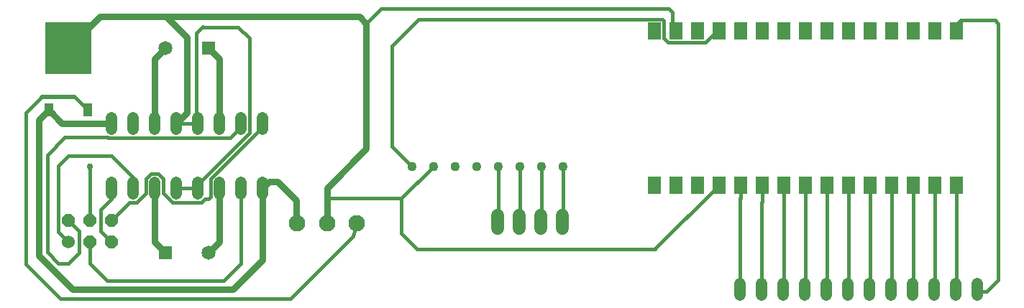
<source format=gbr>
G04 EAGLE Gerber RS-274X export*
G75*
%MOMM*%
%FSLAX34Y34*%
%LPD*%
%INTop Copper*%
%IPPOS*%
%AMOC8*
5,1,8,0,0,1.08239X$1,22.5*%
G01*
%ADD10C,1.320800*%
%ADD11R,5.400000X6.200000*%
%ADD12R,1.000000X1.600000*%
%ADD13C,1.950000*%
%ADD14R,1.650000X1.650000*%
%ADD15C,1.650000*%
%ADD16C,1.524000*%
%ADD17P,1.649562X8X22.600000*%
%ADD18C,1.108000*%
%ADD19R,1.560000X2.000000*%
%ADD20C,1.524000*%
%ADD21C,0.762000*%
%ADD22C,0.406400*%
%ADD23C,0.756400*%
%ADD24C,0.508000*%


D10*
X139700Y175796D02*
X139700Y189004D01*
X165100Y189004D02*
X165100Y175796D01*
X292100Y175796D02*
X292100Y189004D01*
X317500Y189004D02*
X317500Y175796D01*
X190500Y175796D02*
X190500Y189004D01*
X215900Y189004D02*
X215900Y175796D01*
X266700Y175796D02*
X266700Y189004D01*
X241300Y189004D02*
X241300Y175796D01*
X317500Y251996D02*
X317500Y265204D01*
X292100Y265204D02*
X292100Y251996D01*
X266700Y251996D02*
X266700Y265204D01*
X241300Y265204D02*
X241300Y251996D01*
X215900Y251996D02*
X215900Y265204D01*
X190500Y265204D02*
X190500Y251996D01*
X165100Y251996D02*
X165100Y265204D01*
X139700Y265204D02*
X139700Y251996D01*
D11*
X88900Y347100D03*
D12*
X66100Y274100D03*
X111700Y274100D03*
D13*
X393700Y140500D03*
X428700Y140500D03*
X358700Y140500D03*
D14*
X203200Y106200D03*
D15*
X254000Y106200D03*
D14*
X254000Y347500D03*
D15*
X203200Y347500D03*
D16*
X88922Y118856D03*
D17*
X114322Y118900D03*
X139722Y118944D03*
X88878Y144256D03*
X114278Y144300D03*
X139678Y144344D03*
D18*
X493520Y207880D03*
X518920Y207880D03*
X544320Y207880D03*
X569720Y207880D03*
X595120Y207880D03*
X620520Y207880D03*
X645920Y207880D03*
X671320Y207880D03*
D19*
X1134400Y367700D03*
X1109000Y367700D03*
X1083600Y367700D03*
X1058200Y367700D03*
X1032800Y367700D03*
X1007400Y367700D03*
X982000Y367700D03*
X956600Y367700D03*
X931200Y367700D03*
X905800Y367700D03*
X880400Y367700D03*
X855000Y367700D03*
X829600Y367700D03*
X804200Y367700D03*
X778800Y367700D03*
X778800Y185700D03*
X804200Y185700D03*
X829600Y185700D03*
X855000Y185700D03*
X880400Y185700D03*
X905800Y185700D03*
X931200Y185700D03*
X956600Y185700D03*
X982000Y185700D03*
X1007400Y185700D03*
X1032800Y185700D03*
X1058200Y185700D03*
X1083600Y185700D03*
X1109000Y185700D03*
X1134400Y185700D03*
D10*
X879600Y69304D02*
X879600Y56096D01*
X905000Y56096D02*
X905000Y69304D01*
X930400Y69304D02*
X930400Y56096D01*
X955800Y56096D02*
X955800Y69304D01*
X981200Y69304D02*
X981200Y56096D01*
X1006600Y56096D02*
X1006600Y69304D01*
X1032000Y69304D02*
X1032000Y56096D01*
X1057400Y56096D02*
X1057400Y69304D01*
X1082800Y69304D02*
X1082800Y56096D01*
X1108200Y56096D02*
X1108200Y69304D01*
X1133600Y69304D02*
X1133600Y56096D01*
X1159000Y56096D02*
X1159000Y69304D01*
D20*
X670940Y134900D02*
X670940Y150140D01*
X645540Y150140D02*
X645540Y134900D01*
X620140Y134900D02*
X620140Y150140D01*
X594740Y150140D02*
X594740Y134900D01*
D21*
X126030Y384230D02*
X88900Y347100D01*
X215900Y258600D02*
X228600Y271300D01*
X204570Y384230D02*
X126030Y384230D01*
X204570Y384230D02*
X228600Y360200D01*
X228600Y271300D01*
X393700Y170000D02*
X393700Y140500D01*
X393700Y170000D02*
X393700Y182400D01*
X439930Y228630D01*
X439930Y376100D02*
X431800Y384230D01*
X204570Y384230D01*
X439930Y376100D02*
X439930Y228630D01*
D22*
X241300Y182400D02*
X215900Y182400D01*
X241300Y182400D02*
X241300Y186828D01*
X302260Y247788D01*
X289123Y372006D02*
X247650Y372006D01*
X302260Y358869D02*
X302260Y247788D01*
X302260Y358869D02*
X289123Y372006D01*
X247650Y372006D02*
X247650Y372900D01*
X240030Y365280D01*
X240030Y259870D02*
X241300Y258600D01*
X240030Y259870D02*
X240030Y365280D01*
X241300Y258600D02*
X215900Y258600D01*
X800000Y371900D02*
X804200Y367700D01*
X800000Y371900D02*
X800000Y390000D01*
X796300Y393700D01*
X457530Y393700D02*
X439930Y376100D01*
X457530Y393700D02*
X796300Y393700D01*
X518920Y207880D02*
X481040Y170000D01*
X393700Y170000D01*
X780000Y110700D02*
X855000Y185700D01*
X780000Y110700D02*
X780000Y110000D01*
X500000Y110000D01*
X481040Y128960D01*
X481040Y170000D01*
D21*
X266700Y118900D02*
X254000Y106200D01*
X266700Y118900D02*
X266700Y182400D01*
D22*
X114322Y118900D02*
X114322Y93522D01*
X114300Y93500D01*
X134874Y72926D01*
X271526Y72926D02*
X292100Y93500D01*
X292100Y182400D01*
X271526Y72926D02*
X134874Y72926D01*
D21*
X81600Y258600D02*
X66100Y274100D01*
X81600Y258600D02*
X139700Y258600D01*
X357156Y168058D02*
X357156Y142044D01*
X358700Y140500D01*
X317500Y182400D02*
X317500Y97310D01*
X283210Y63020D01*
X93980Y63020D01*
X54610Y262610D02*
X66100Y274100D01*
X54610Y102390D02*
X93980Y63020D01*
X54610Y102390D02*
X54610Y262610D01*
X317500Y182400D02*
X325100Y190000D01*
X335213Y190000D02*
X357156Y168058D01*
X335213Y190000D02*
X325100Y190000D01*
D22*
X114278Y207778D02*
X114278Y144300D01*
X114278Y207778D02*
X114300Y207800D01*
D23*
X114300Y207800D03*
D21*
X190500Y258600D02*
X190500Y334800D01*
X203200Y347500D01*
X254000Y347500D02*
X266700Y334800D01*
X266700Y258600D01*
D22*
X101600Y131533D02*
X88878Y144256D01*
X101600Y131533D02*
X101600Y106200D01*
X88900Y93500D01*
X77509Y93500D01*
X64516Y106493D01*
X64516Y221516D01*
X85090Y242090D02*
X135238Y242090D01*
X135564Y241764D01*
X136000Y241328D01*
X279400Y241328D02*
X292100Y254028D01*
X292100Y258600D01*
X85090Y242090D02*
X64516Y221516D01*
X135564Y241764D02*
X278964Y241764D01*
X279400Y241328D01*
X160970Y165636D02*
X139678Y144344D01*
X160970Y165636D02*
X169308Y165636D01*
X180340Y193212D02*
X186292Y199164D01*
X194708Y199164D01*
X200660Y193212D01*
X245508Y165636D02*
X249572Y169700D01*
X254000Y169700D01*
X180340Y176668D02*
X180340Y193212D01*
X200660Y193212D02*
X200660Y176668D01*
X180340Y176668D02*
X169308Y165636D01*
X200660Y176668D02*
X211692Y165636D01*
X245508Y165636D01*
X254000Y169700D02*
X256540Y172240D01*
X256540Y193212D01*
X317500Y254172D02*
X317500Y258600D01*
X317500Y254172D02*
X256540Y193212D01*
D21*
X190500Y118900D02*
X203200Y106200D01*
X190500Y118900D02*
X190500Y182400D01*
D22*
X88922Y118856D02*
X77216Y130562D01*
X77216Y208816D01*
X88900Y220500D01*
X139700Y220500D01*
X165100Y195100D01*
X165100Y182400D01*
X139700Y182400D02*
X139700Y169700D01*
X127000Y157000D01*
X127000Y131600D01*
X139656Y118944D01*
X139722Y118944D01*
X111700Y274100D02*
X96460Y289340D01*
X57410Y289340D02*
X39370Y271300D01*
X39370Y92230D01*
X80010Y51590D02*
X350520Y51590D01*
X424561Y125631D01*
D24*
X96460Y289340D02*
X57410Y289340D01*
D22*
X39370Y92230D02*
X80010Y51590D01*
X424561Y125631D02*
X428700Y140500D01*
X595120Y150000D02*
X595120Y207880D01*
X594740Y149620D02*
X594740Y142520D01*
X594740Y149620D02*
X595120Y150000D01*
X620140Y142520D02*
X620520Y142900D01*
X620520Y207880D01*
X645920Y207880D02*
X645920Y142900D01*
X645540Y142520D01*
X982000Y185700D02*
X982000Y63500D01*
X981200Y62700D01*
X1134400Y367700D02*
X1134400Y374400D01*
X1140000Y380000D01*
X1180000Y380000D01*
X1183918Y376082D01*
X1183962Y372099D01*
X1183962Y73962D01*
X1170000Y60000D01*
X1161700Y60000D01*
X1159000Y62700D01*
X879600Y62700D02*
X879600Y169600D01*
X880000Y170000D01*
X880400Y170400D02*
X880400Y185700D01*
X880400Y170400D02*
X880000Y170000D01*
X905000Y165000D02*
X905000Y62700D01*
X905800Y165800D02*
X905800Y185700D01*
X905800Y165800D02*
X905000Y165000D01*
X931200Y185700D02*
X931200Y63500D01*
X930400Y62700D01*
X956600Y63500D02*
X956600Y185700D01*
X956600Y63500D02*
X955800Y62700D01*
X1007400Y63500D02*
X1007400Y185700D01*
X1007400Y63500D02*
X1006600Y62700D01*
X1032800Y63500D02*
X1032800Y185700D01*
X1032800Y63500D02*
X1032000Y62700D01*
X1058200Y63500D02*
X1058200Y185700D01*
X1058200Y63500D02*
X1057400Y62700D01*
X1083600Y63500D02*
X1083600Y185700D01*
X1083600Y63500D02*
X1082800Y62700D01*
X1109000Y63500D02*
X1109000Y185700D01*
X1109000Y63500D02*
X1108200Y62700D01*
X1134400Y63500D02*
X1134400Y185700D01*
X1134400Y63500D02*
X1133600Y62700D01*
X790156Y379173D02*
X788073Y381256D01*
X852429Y367700D02*
X855000Y367700D01*
X852429Y367700D02*
X838873Y354144D01*
X794927Y354144D02*
X790156Y358915D01*
X790156Y379173D01*
X794927Y354144D02*
X838873Y354144D01*
X470000Y350000D02*
X470000Y231400D01*
X493520Y207880D01*
X501256Y381256D02*
X788073Y381256D01*
X501256Y381256D02*
X470000Y350000D01*
X671320Y207880D02*
X671320Y142900D01*
X670940Y142520D01*
M02*

</source>
